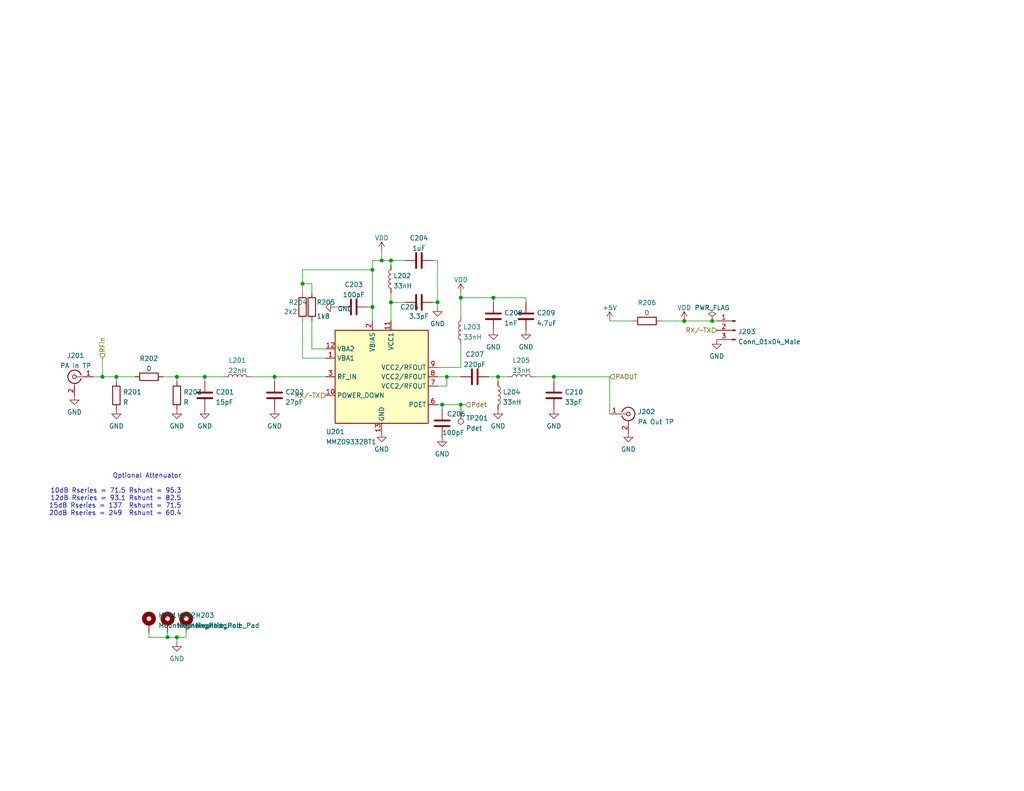
<source format=kicad_sch>
(kicad_sch (version 20211123) (generator eeschema)
  (paper "USLetter")
  (title_block (title "2W 33dB PA at 145MHz") (date "2022-01-10") (rev "1") (company "VE7XEN"))
  (lib_symbols
    (symbol "Connector:Conn_01x03_Male" (pin_names (offset 1.016) hide)
      (property "Reference" "J" (at 0 5.08 0))
      (property "Value" "Conn_01x03_Male" (at 0 -5.08 0))
      (symbol "Conn_01x03_Male_1_1"
        (polyline (pts (xy 1.27 -2.54) (xy 0.8636 -2.54)) (stroke (width 0.1524)))
        (polyline (pts (xy 1.27 0) (xy 0.8636 0)) (stroke (width 0.1524)))
        (polyline (pts (xy 1.27 2.54) (xy 0.8636 2.54)) (stroke (width 0.1524)))
        (rectangle (start 0.8636 -2.413) (end 0 -2.667) (stroke (width 0.1524)) (fill (type outline)))
        (rectangle (start 0.8636 0.127) (end 0 -0.127) (stroke (width 0.1524)) (fill (type outline)))
        (rectangle (start 0.8636 2.667) (end 0 2.413) (stroke (width 0.1524)) (fill (type outline)))
        (pin passive line (at 5.08 2.54 180) (length 3.81) (name "Pin_1") (number "1"))
        (pin passive line (at 5.08 0 180) (length 3.81) (name "Pin_2") (number "2"))
        (pin passive line (at 5.08 -2.54 180) (length 3.81) (name "Pin_3") (number "3"))
      )
    )
    (symbol "Connector:Conn_Coaxial" (pin_names (offset 1.016) hide)
      (property "Reference" "J" (at 0.254 3.048 0))
      (property "Value" "Conn_Coaxial" (at 2.921 0 90))
      (symbol "Conn_Coaxial_0_1"
        (arc (start -1.778 -0.508) (mid 0.222 -1.808) (end 1.778 0) (stroke (width 0.254)))
        (polyline (pts (xy -2.54 0) (xy -0.508 0)))
        (polyline (pts (xy 0 -2.54) (xy 0 -1.778)))
        (circle (center 0 0) (radius 0.508) (stroke (width 0.2032)))
        (arc (start 1.778 0) (mid 0.222 1.8083) (end -1.778 0.508) (stroke (width 0.254)))
      )
      (symbol "Conn_Coaxial_1_1"
        (pin passive line (at -5.08 0 0) (length 2.54) (name "In") (number "1"))
        (pin passive line (at 0 -5.08 90) (length 2.54) (name "Ext") (number "2"))
      )
    )
    (symbol "Connector:TestPoint" (pin_numbers hide) (pin_names (offset 0.762) hide)
      (property "Reference" "TP" (at 0 6.858 0))
      (property "Value" "TestPoint" (at 0 5.08 0))
      (symbol "TestPoint_0_1"
        (circle (center 0 3.302) (radius 0.762))
      )
      (symbol "TestPoint_1_1"
        (pin passive line (at 0 0 90) (length 2.54) (name "1") (number "1"))
      )
    )
    (symbol "Device:C" (pin_numbers hide) (pin_names (offset 0.254))
      (property "Reference" "C" (at 0.635 2.54 0))
      (property "Value" "C" (at 0.635 -2.54 0))
      (symbol "C_0_1"
        (polyline (pts (xy -2.032 -0.762) (xy 2.032 -0.762)) (stroke (width 0.508)))
        (polyline (pts (xy -2.032 0.762) (xy 2.032 0.762)) (stroke (width 0.508)))
      )
      (symbol "C_1_1"
        (pin passive line (at 0 3.81 270) (length 2.794) (name "~") (number "1"))
        (pin passive line (at 0 -3.81 90) (length 2.794) (name "~") (number "2"))
      )
    )
    (symbol "Device:L" (pin_numbers hide) (pin_names (offset 1.016) hide)
      (property "Reference" "L" (at -1.27 0 90))
      (property "Value" "L" (at 1.905 0 90))
      (symbol "L_0_1"
        (arc (start 0 -2.54) (mid 0.635 -1.905) (end 0 -1.27))
        (arc (start 0 -1.27) (mid 0.635 -0.635) (end 0 0))
        (arc (start 0 0) (mid 0.635 0.635) (end 0 1.27))
        (arc (start 0 1.27) (mid 0.635 1.905) (end 0 2.54))
      )
      (symbol "L_1_1"
        (pin passive line (at 0 3.81 270) (length 1.27) (name "1") (number "1"))
        (pin passive line (at 0 -3.81 90) (length 1.27) (name "2") (number "2"))
      )
    )
    (symbol "Device:R" (pin_numbers hide) (pin_names (offset 0))
      (property "Reference" "R" (at 2.032 0 90))
      (property "Value" "R" (at 0 0 90))
      (symbol "R_0_1"
        (rectangle (start -1.016 -2.54) (end 1.016 2.54) (stroke (width 0.254)))
      )
      (symbol "R_1_1"
        (pin passive line (at 0 3.81 270) (length 1.27) (name "~") (number "1"))
        (pin passive line (at 0 -3.81 90) (length 1.27) (name "~") (number "2"))
      )
    )
    (symbol "Mechanical:MountingHole_Pad" (pin_numbers hide) (pin_names (offset 1.016) hide)
      (property "Reference" "H" (at 0 6.35 0))
      (property "Value" "MountingHole_Pad" (at 0 4.445 0))
      (symbol "MountingHole_Pad_0_1"
        (circle (center 0 1.27) (radius 1.27) (stroke (width 1.27)))
      )
      (symbol "MountingHole_Pad_1_1"
        (pin input line (at 0 -2.54 90) (length 2.54) (name "1") (number "1"))
      )
    )
    (symbol "RF_Amplifier:MMZ09332BT1"
      (property "Reference" "U" (at 11.43 13.97 0))
      (property "Value" "MMZ09332BT1" (at 8.89 -13.97 0))
      (symbol "MMZ09332BT1_0_1"
        (rectangle (start -12.7 12.7) (end 12.7 -12.7) (stroke (width 0.254)) (fill (type background)))
      )
      (symbol "MMZ09332BT1_1_1"
        (pin input line (at -15.24 5.08 0) (length 2.54) (name "VBA1") (number "1"))
        (pin input line (at -15.24 -5.08 0) (length 2.54) (name "POWER_DOWN") (number "10"))
        (pin power_in line (at 2.54 15.24 270) (length 2.54) (name "VCC1") (number "11"))
        (pin input line (at -15.24 7.62 0) (length 2.54) (name "VBA2") (number "12"))
        (pin power_in line (at 0 -15.24 90) (length 2.54) (name "GND") (number "13"))
        (pin power_in line (at -2.54 15.24 270) (length 2.54) (name "VBIAS") (number "2"))
        (pin input line (at -15.24 0 0) (length 2.54) (name "RF_IN") (number "3"))
        (pin no_connect line (at -5.08 -12.7 90) (length 2.54) hide (name "NC") (number "4"))
        (pin no_connect line (at -7.62 -12.7 90) (length 2.54) hide (name "NC") (number "5"))
        (pin output line (at 15.24 -7.62 180) (length 2.54) (name "PDET") (number "6"))
        (pin input line (at 15.24 -2.54 180) (length 2.54) (name "VCC2/RFOUT") (number "7"))
        (pin input line (at 15.24 0 180) (length 2.54) (name "VCC2/RFOUT") (number "8"))
        (pin input line (at 15.24 2.54 180) (length 2.54) (name "VCC2/RFOUT") (number "9"))
      )
    )
    (symbol "power:+5V" (power) (pin_names (offset 0))
      (property "Value" "+5V" (at 0 3.556 0))
      (symbol "+5V_0_1"
        (polyline (pts (xy -0.762 1.27) (xy 0 2.54)))
        (polyline (pts (xy 0 0) (xy 0 2.54)))
        (polyline (pts (xy 0 2.54) (xy 0.762 1.27)))
      )
      (symbol "+5V_1_1"
        (pin power_in line (at 0 0 90) (length 0) hide (name "+5V") (number "1"))
      )
    )
    (symbol "power:GND" (power) (pin_names (offset 0))
      (property "Value" "GND" (at 0 -3.81 0))
      (symbol "GND_0_1"
        (polyline (pts (xy 0 0) (xy 0 -1.27) (xy 1.27 -1.27) (xy 0 -2.54) (xy -1.27 -1.27) (xy 0 -1.27)))
      )
      (symbol "GND_1_1"
        (pin power_in line (at 0 0 270) (length 0) hide (name "GND") (number "1"))
      )
    )
    (symbol "power:PWR_FLAG" (power) (pin_numbers hide) (pin_names (offset 0) hide)
      (property "Value" "PWR_FLAG" (at 0 3.81 0))
      (symbol "PWR_FLAG_0_0"
        (pin power_out line (at 0 0 90) (length 0) (name "pwr") (number "1"))
      )
      (symbol "PWR_FLAG_0_1"
        (polyline (pts (xy 0 0) (xy 0 1.27) (xy -1.016 1.905) (xy 0 2.54) (xy 1.016 1.905) (xy 0 1.27)))
      )
    )
    (symbol "power:VDD" (power) (pin_names (offset 0))
      (property "Value" "VDD" (at 0 3.81 0))
      (symbol "VDD_0_1"
        (polyline (pts (xy -0.762 1.27) (xy 0 2.54)))
        (polyline (pts (xy 0 0) (xy 0 2.54)))
        (polyline (pts (xy 0 2.54) (xy 0.762 1.27)))
      )
      (symbol "VDD_1_1"
        (pin power_in line (at 0 0 90) (length 0) hide (name "VDD") (number "1"))
      )
    )
  )
  (junction (at 48.26 102.87))
  (junction (at 101.6 73.66))
  (junction (at 104.14 71.12))
  (junction (at 120.65 110.49))
  (junction (at 125.73 81.28))
  (junction (at 31.75 102.87))
  (junction (at 101.6 83.82))
  (junction (at 186.69 87.63))
  (junction (at 45.72 173.99))
  (junction (at 134.62 81.28))
  (junction (at 125.73 110.49))
  (junction (at 151.13 102.87))
  (junction (at 121.92 102.87))
  (junction (at 82.55 77.47))
  (junction (at 194.31 87.63))
  (junction (at 48.26 173.99))
  (junction (at 119.38 82.55))
  (junction (at 135.89 102.87))
  (junction (at 27.94 102.87))
  (junction (at 106.68 71.12))
  (junction (at 55.88 102.87))
  (junction (at 106.68 82.55))
  (junction (at 74.93 102.87))
  (wire (pts (xy 45.72 172.72) (xy 45.72 173.99)))
  (wire (pts (xy 82.55 97.79) (xy 82.55 87.63)))
  (wire (pts (xy 106.68 71.12) (xy 106.68 72.39)))
  (wire (pts (xy 82.55 73.66) (xy 101.6 73.66)))
  (wire (pts (xy 85.09 95.25) (xy 85.09 87.63)))
  (wire (pts (xy 106.68 82.55) (xy 110.49 82.55)))
  (wire (pts (xy 134.62 82.55) (xy 134.62 81.28)))
  (wire (pts (xy 74.93 102.87) (xy 88.9 102.87)))
  (wire (pts (xy 31.75 102.87) (xy 27.94 102.87)))
  (wire (pts (xy 82.55 80.01) (xy 82.55 77.47)))
  (wire (pts (xy 125.73 80.01) (xy 125.73 81.28)))
  (wire (pts (xy 120.65 110.49) (xy 120.65 111.76)))
  (wire (pts (xy 88.9 95.25) (xy 85.09 95.25)))
  (wire (pts (xy 135.89 102.87) (xy 138.43 102.87)))
  (wire (pts (xy 125.73 93.98) (xy 125.73 100.33)))
  (wire (pts (xy 121.92 102.87) (xy 125.73 102.87)))
  (wire (pts (xy 48.26 102.87) (xy 48.26 104.14)))
  (wire (pts (xy 125.73 110.49) (xy 125.73 111.76)))
  (wire (pts (xy 151.13 102.87) (xy 151.13 104.14)))
  (wire (pts (xy 88.9 97.79) (xy 82.55 97.79)))
  (wire (pts (xy 118.11 82.55) (xy 119.38 82.55)))
  (wire (pts (xy 106.68 80.01) (xy 106.68 82.55)))
  (wire (pts (xy 133.35 102.87) (xy 135.89 102.87)))
  (wire (pts (xy 146.05 102.87) (xy 151.13 102.87)))
  (wire (pts (xy 101.6 87.63) (xy 101.6 83.82)))
  (wire (pts (xy 104.14 68.58) (xy 104.14 71.12)))
  (wire (pts (xy 125.73 81.28) (xy 125.73 86.36)))
  (wire (pts (xy 110.49 71.12) (xy 106.68 71.12)))
  (wire (pts (xy 143.51 82.55) (xy 143.51 81.28)))
  (wire (pts (xy 55.88 104.14) (xy 55.88 102.87)))
  (wire (pts (xy 101.6 73.66) (xy 101.6 71.12)))
  (wire (pts (xy 151.13 102.87) (xy 166.37 102.87)))
  (wire (pts (xy 40.64 173.99) (xy 45.72 173.99)))
  (wire (pts (xy 101.6 71.12) (xy 104.14 71.12)))
  (wire (pts (xy 50.8 172.72) (xy 50.8 173.99)))
  (wire (pts (xy 74.93 102.87) (xy 74.93 104.14)))
  (wire (pts (xy 186.69 87.63) (xy 180.34 87.63)))
  (wire (pts (xy 120.65 110.49) (xy 119.38 110.49)))
  (wire (pts (xy 186.69 87.63) (xy 194.31 87.63)))
  (wire (pts (xy 68.58 102.87) (xy 74.93 102.87)))
  (wire (pts (xy 40.64 172.72) (xy 40.64 173.99)))
  (wire (pts (xy 31.75 104.14) (xy 31.75 102.87)))
  (wire (pts (xy 121.92 102.87) (xy 121.92 105.41)))
  (wire (pts (xy 27.94 97.79) (xy 27.94 102.87)))
  (wire (pts (xy 55.88 102.87) (xy 60.96 102.87)))
  (wire (pts (xy 127 110.49) (xy 125.73 110.49)))
  (wire (pts (xy 82.55 77.47) (xy 82.55 73.66)))
  (wire (pts (xy 91.44 83.82) (xy 92.71 83.82)))
  (wire (pts (xy 31.75 102.87) (xy 36.83 102.87)))
  (wire (pts (xy 44.45 102.87) (xy 48.26 102.87)))
  (wire (pts (xy 45.72 173.99) (xy 48.26 173.99)))
  (wire (pts (xy 119.38 100.33) (xy 125.73 100.33)))
  (wire (pts (xy 119.38 71.12) (xy 119.38 82.55)))
  (wire (pts (xy 25.4 102.87) (xy 27.94 102.87)))
  (wire (pts (xy 118.11 71.12) (xy 119.38 71.12)))
  (wire (pts (xy 104.14 71.12) (xy 106.68 71.12)))
  (wire (pts (xy 48.26 173.99) (xy 48.26 175.26)))
  (wire (pts (xy 101.6 83.82) (xy 101.6 73.66)))
  (wire (pts (xy 85.09 80.01) (xy 85.09 77.47)))
  (wire (pts (xy 194.31 87.63) (xy 195.58 87.63)))
  (wire (pts (xy 48.26 102.87) (xy 55.88 102.87)))
  (wire (pts (xy 135.89 102.87) (xy 135.89 104.14)))
  (wire (pts (xy 172.72 87.63) (xy 166.37 87.63)))
  (wire (pts (xy 106.68 82.55) (xy 106.68 87.63)))
  (wire (pts (xy 119.38 82.55) (xy 119.38 83.82)))
  (wire (pts (xy 82.55 77.47) (xy 85.09 77.47)))
  (wire (pts (xy 143.51 81.28) (xy 134.62 81.28)))
  (wire (pts (xy 50.8 173.99) (xy 48.26 173.99)))
  (wire (pts (xy 125.73 110.49) (xy 120.65 110.49)))
  (wire (pts (xy 134.62 81.28) (xy 125.73 81.28)))
  (wire (pts (xy 119.38 102.87) (xy 121.92 102.87)))
  (wire (pts (xy 166.37 113.03) (xy 166.37 102.87)))
  (wire (pts (xy 101.6 83.82) (xy 100.33 83.82)))
  (wire (pts (xy 119.38 105.41) (xy 121.92 105.41)))
  (text "Optional Attenuator\n\n10dB Rseries = 71.5 Rshunt = 95.3\n12dB Rseries = 93.1 Rshunt = 82.5\n15dB Rseries = 137  Rshunt = 71.5\n20dB Rseries = 249  Rshunt = 60.4" (at 49.53 140.97 0) (effects (font (size 1.27 1.27)) (justify right bottom)))
  (hierarchical_label "PAOUT" (shape input) (at 166.37 102.87 0))
  (hierarchical_label "Pdet" (shape input) (at 127 110.49 0))
  (hierarchical_label "RFin" (shape input) (at 27.94 97.79 90))
  (hierarchical_label "RX{slash}~TX" (shape input) (at 195.58 90.17 180))
  (hierarchical_label "RX{slash}~TX" (shape input) (at 88.9 107.95 180))
  (symbol (lib_id "power:GND") (at 195.58 92.71 0) (unit 1)
    (property "Reference" "#PWR0220" (effects hide))
    (property "Value" "GND" (at 195.58 97.2725 0))
  )
  (symbol (lib_id "Device:C") (at 143.51 86.36 0) (mirror y) (unit 1)
    (property "Reference" "C209" (at 146.431 85.4515 0) (effects (justify right)))
    (property "Value" "4.7uF" (at 146.431 88.2266 0) (effects (justify right)))
    (property "Footprint" "Capacitor_SMD:C_0603_1608Metric_Pad1.08x0.95mm_HandSolder" (effects hide))
  )
  (symbol (lib_id "Device:R") (at 31.75 107.95 0) (unit 1)
    (property "Reference" "R201" (at 33.528 107.0415 0) (effects (justify left)))
    (property "Value" "R" (at 33.528 109.8166 0) (effects (justify left)))
    (property "Footprint" "Resistor_SMD:R_0603_1608Metric_Pad0.98x0.95mm_HandSolder" (effects hide))
  )
  (symbol (lib_id "power:GND") (at 135.89 111.76 0) (unit 1)
    (property "Reference" "#PWR0214" (effects hide))
    (property "Value" "GND" (at 135.89 116.3225 0))
  )
  (symbol (lib_id "power:GND") (at 151.13 111.76 0) (unit 1)
    (property "Reference" "#PWR0216" (effects hide))
    (property "Value" "GND" (at 151.13 116.3225 0))
  )
  (symbol (lib_id "Device:C") (at 151.13 107.95 0) (unit 1)
    (property "Reference" "C210" (at 154.051 107.0415 0) (effects (justify left)))
    (property "Value" "33pF" (at 154.051 109.8166 0) (effects (justify left)))
    (property "Footprint" "Capacitor_SMD:C_0603_1608Metric_Pad1.08x0.95mm_HandSolder" (effects hide))
  )
  (symbol (lib_id "power:GND") (at 171.45 118.11 0) (mirror y) (unit 1)
    (property "Reference" "#PWR0218" (effects hide))
    (property "Value" "GND" (at 171.45 122.6725 0))
  )
  (symbol (lib_id "Connector:Conn_01x03_Male") (at 200.66 90.17 0) (mirror y) (unit 1)
    (property "Reference" "J203" (at 201.3712 90.5315 0) (effects (justify right)))
    (property "Value" "Conn_01x04_Male" (at 201.3712 93.3066 0) (effects (justify right)))
    (property "Footprint" "Connector_PinHeader_2.54mm:PinHeader_1x03_P2.54mm_Vertical" (effects hide))
  )
  (symbol (lib_id "Mechanical:MountingHole_Pad") (at 50.8 170.18 0) (unit 1)
    (property "Reference" "H203" (at 53.34 168.0015 0) (effects (justify left)))
    (property "Value" "MountingHole_Pad" (at 53.34 170.7766 0) (effects (justify left)))
    (property "Footprint" "MountingHole:MountingHole_2.2mm_M2_ISO14580_Pad_TopBottom" (effects hide))
  )
  (symbol (lib_id "power:VDD") (at 104.14 68.58 0) (unit 1)
    (property "Reference" "#PWR0208" (effects hide))
    (property "Value" "VDD" (at 104.14 64.9755 0))
  )
  (symbol (lib_id "Device:C") (at 114.3 82.55 90) (unit 1)
    (property "Reference" "C205" (at 111.76 83.82 90))
    (property "Value" "3.3pF" (at 114.3 86.36 90))
    (property "Footprint" "Capacitor_SMD:C_0603_1608Metric_Pad1.08x0.95mm_HandSolder" (effects hide))
  )
  (symbol (lib_id "power:GND") (at 143.51 90.17 0) (mirror y) (unit 1)
    (property "Reference" "#PWR0215" (effects hide))
    (property "Value" "GND" (at 143.51 94.7325 0))
  )
  (symbol (lib_id "power:GND") (at 119.38 83.82 0) (unit 1)
    (property "Reference" "#PWR0210" (effects hide))
    (property "Value" "GND" (at 119.38 88.3825 0))
  )
  (symbol (lib_id "Device:C") (at 96.52 83.82 90) (unit 1)
    (property "Reference" "C203" (at 96.52 77.6945 90))
    (property "Value" "100pF" (at 96.52 80.4696 90))
    (property "Footprint" "Capacitor_SMD:C_0603_1608Metric_Pad1.08x0.95mm_HandSolder" (effects hide))
  )
  (symbol (lib_id "Mechanical:MountingHole_Pad") (at 45.72 170.18 0) (unit 1)
    (property "Reference" "H202" (at 48.26 168.0015 0) (effects (justify left)))
    (property "Value" "MountingHole_Pad" (at 48.26 170.7766 0) (effects (justify left)))
    (property "Footprint" "MountingHole:MountingHole_2.2mm_M2_ISO14580_Pad_TopBottom" (effects hide))
  )
  (symbol (lib_id "RF_Amplifier:MMZ09332BT1") (at 104.14 102.87 0) (unit 1)
    (property "Reference" "U201" (at 88.9 117.8749 0) (effects (justify left)))
    (property "Value" "MMZ09332BT1" (at 88.9 120.65 0) (effects (justify left)))
    (property "Footprint" "Package_DFN_QFN:QFN-12-1EP_3x3mm_P0.5mm_EP1.65x1.65mm_ThermalVias" (effects hide))
    (property "Datasheet" "https://www.nxp.com/docs/en/data-sheet/MMZ09332B.pdf" (effects hide))
  )
  (symbol (lib_id "Device:L") (at 64.77 102.87 90) (unit 1)
    (property "Reference" "L201" (at 64.77 98.3955 90))
    (property "Value" "22nH" (at 64.77 101.1706 90))
    (property "Footprint" "Inductor_SMD:L_0603_1608Metric_Pad1.05x0.95mm_HandSolder" (effects hide))
  )
  (symbol (lib_id "Device:R") (at 48.26 107.95 0) (unit 1)
    (property "Reference" "R203" (at 50.038 107.0415 0) (effects (justify left)))
    (property "Value" "R" (at 50.038 109.8166 0) (effects (justify left)))
    (property "Footprint" "Resistor_SMD:R_0603_1608Metric_Pad0.98x0.95mm_HandSolder" (effects hide))
  )
  (symbol (lib_id "Connector:Conn_Coaxial") (at 171.45 113.03 0) (unit 1)
    (property "Reference" "J202" (at 173.9901 112.4147 0) (effects (justify left)))
    (property "Value" "PA Out TP" (at 173.9901 115.1898 0) (effects (justify left)))
    (property "Footprint" "Connector_Coaxial:SMA_Amphenol_901-144_Vertical" (effects hide))
    (property "Datasheet" " ~" (effects hide))
  )
  (symbol (lib_id "Device:R") (at 40.64 102.87 90) (unit 1)
    (property "Reference" "R202" (at 40.64 97.8875 90))
    (property "Value" "0" (at 40.64 100.6626 90))
    (property "Footprint" "Resistor_SMD:R_0603_1608Metric_Pad0.98x0.95mm_HandSolder" (effects hide))
  )
  (symbol (lib_id "Device:L") (at 125.73 90.17 0) (mirror y) (unit 1)
    (property "Reference" "L203" (at 126.365 89.2615 0) (effects (justify right)))
    (property "Value" "33nH" (at 126.365 92.0366 0) (effects (justify right)))
    (property "Footprint" "Inductor_SMD:L_0603_1608Metric_Pad1.05x0.95mm_HandSolder" (effects hide))
  )
  (symbol (lib_id "Device:R") (at 176.53 87.63 270) (mirror x) (unit 1)
    (property "Reference" "R206" (at 176.53 82.6475 90))
    (property "Value" "0" (at 176.53 85.4226 90))
    (property "Footprint" "Resistor_SMD:R_0603_1608Metric_Pad0.98x0.95mm_HandSolder" (effects hide))
  )
  (symbol (lib_id "power:GND") (at 104.14 118.11 0) (unit 1)
    (property "Reference" "#PWR0209" (effects hide))
    (property "Value" "GND" (at 104.14 122.6725 0))
  )
  (symbol (lib_id "Device:C") (at 114.3 71.12 90) (unit 1)
    (property "Reference" "C204" (at 114.3 64.9945 90))
    (property "Value" "1uF" (at 114.3 67.7696 90))
    (property "Footprint" "Capacitor_SMD:C_0603_1608Metric_Pad1.08x0.95mm_HandSolder" (effects hide))
  )
  (symbol (lib_id "power:VDD") (at 125.73 80.01 0) (unit 1)
    (property "Reference" "#PWR0212" (effects hide))
    (property "Value" "VDD" (at 125.73 76.4055 0))
  )
  (symbol (lib_id "power:GND") (at 55.88 111.76 0) (unit 1)
    (property "Reference" "#PWR0205" (effects hide))
    (property "Value" "GND" (at 55.88 116.3225 0))
  )
  (symbol (lib_id "Device:R") (at 82.55 83.82 0) (unit 1)
    (property "Reference" "R204" (at 78.74 82.55 0) (effects (justify left)))
    (property "Value" "2k2" (at 77.47 85.09 0) (effects (justify left)))
    (property "Footprint" "Resistor_SMD:R_0603_1608Metric_Pad0.98x0.95mm_HandSolder" (effects hide))
  )
  (symbol (lib_id "power:+5V") (at 166.37 87.63 0) (mirror y) (unit 1)
    (property "Reference" "#PWR0217" (effects hide))
    (property "Value" "+5V" (at 166.37 84.0255 0))
  )
  (symbol (lib_id "Device:C") (at 134.62 86.36 0) (mirror y) (unit 1)
    (property "Reference" "C208" (at 137.541 85.4515 0) (effects (justify right)))
    (property "Value" "1nF" (at 137.541 88.2266 0) (effects (justify right)))
    (property "Footprint" "Capacitor_SMD:C_0603_1608Metric_Pad1.08x0.95mm_HandSolder" (effects hide))
  )
  (symbol (lib_id "Device:L") (at 142.24 102.87 90) (unit 1)
    (property "Reference" "L205" (at 142.24 98.3955 90))
    (property "Value" "33nH" (at 142.24 101.1706 90))
    (property "Footprint" "Inductor_SMD:L_0603_1608Metric_Pad1.05x0.95mm_HandSolder" (effects hide))
  )
  (symbol (lib_id "power:PWR_FLAG") (at 194.31 87.63 0) (unit 1)
    (property "Reference" "#FLG0103" (effects hide))
    (property "Value" "PWR_FLAG" (at 194.31 84.0255 0))
  )
  (symbol (lib_id "Connector:TestPoint") (at 125.73 111.76 180) (unit 1)
    (property "Reference" "TP201" (at 127.127 114.1535 0) (effects (justify right)))
    (property "Value" "Pdet" (at 127.127 116.9286 0) (effects (justify right)))
    (property "Footprint" "TestPoint:TestPoint_Pad_1.5x1.5mm" (effects hide))
  )
  (symbol (lib_id "Device:C") (at 55.88 107.95 0) (unit 1)
    (property "Reference" "C201" (at 58.801 107.0415 0) (effects (justify left)))
    (property "Value" "15pF" (at 58.801 109.8166 0) (effects (justify left)))
    (property "Footprint" "Capacitor_SMD:C_0603_1608Metric_Pad1.08x0.95mm_HandSolder" (effects hide))
  )
  (symbol (lib_id "power:GND") (at 74.93 111.76 0) (unit 1)
    (property "Reference" "#PWR0206" (effects hide))
    (property "Value" "GND" (at 74.93 116.3225 0))
  )
  (symbol (lib_id "Connector:Conn_Coaxial") (at 20.32 102.87 0) (mirror y) (unit 1)
    (property "Reference" "J201" (at 20.6374 97.0769 0))
    (property "Value" "PA In TP" (at 20.6374 99.852 0))
    (property "Footprint" "Connector_Coaxial:SMA_Amphenol_901-144_Vertical" (effects hide))
    (property "Datasheet" " ~" (effects hide))
  )
  (symbol (lib_id "power:GND") (at 120.65 119.38 0) (unit 1)
    (property "Reference" "#PWR0211" (effects hide))
    (property "Value" "GND" (at 120.65 123.9425 0))
  )
  (symbol (lib_id "Device:C") (at 129.54 102.87 90) (unit 1)
    (property "Reference" "C207" (at 129.54 96.7445 90))
    (property "Value" "220pF" (at 129.54 99.5196 90))
    (property "Footprint" "Capacitor_SMD:C_0603_1608Metric_Pad1.08x0.95mm_HandSolder" (effects hide))
  )
  (symbol (lib_id "power:GND") (at 48.26 111.76 0) (unit 1)
    (property "Reference" "#PWR0203" (effects hide))
    (property "Value" "GND" (at 48.26 116.3225 0))
  )
  (symbol (lib_id "Mechanical:MountingHole_Pad") (at 40.64 170.18 0) (unit 1)
    (property "Reference" "H201" (at 43.18 168.0015 0) (effects (justify left)))
    (property "Value" "MountingHole_Pad" (at 43.18 170.7766 0) (effects (justify left)))
    (property "Footprint" "MountingHole:MountingHole_2.2mm_M2_ISO14580_Pad_TopBottom" (effects hide))
  )
  (symbol (lib_id "Device:L") (at 106.68 76.2 180) (unit 1)
    (property "Reference" "L202" (at 107.315 75.2915 0) (effects (justify right)))
    (property "Value" "33nH" (at 107.315 78.0666 0) (effects (justify right)))
    (property "Footprint" "Inductor_SMD:L_0603_1608Metric_Pad1.05x0.95mm_HandSolder" (effects hide))
  )
  (symbol (lib_id "Device:C") (at 120.65 115.57 0) (unit 1)
    (property "Reference" "C206" (at 121.92 113.03 0) (effects (justify left)))
    (property "Value" "100pF" (at 120.65 118.11 0) (effects (justify left)))
    (property "Footprint" "Capacitor_SMD:C_0603_1608Metric_Pad1.08x0.95mm_HandSolder" (effects hide))
  )
  (symbol (lib_id "power:GND") (at 20.32 107.95 0) (mirror y) (unit 1)
    (property "Reference" "#PWR0201" (effects hide))
    (property "Value" "GND" (at 20.32 112.5125 0))
  )
  (symbol (lib_id "Device:C") (at 74.93 107.95 0) (unit 1)
    (property "Reference" "C202" (at 77.851 107.0415 0) (effects (justify left)))
    (property "Value" "27pF" (at 77.851 109.8166 0) (effects (justify left)))
    (property "Footprint" "Capacitor_SMD:C_0603_1608Metric_Pad1.08x0.95mm_HandSolder" (effects hide))
  )
  (symbol (lib_id "Device:R") (at 85.09 83.82 0) (unit 1)
    (property "Reference" "R205" (at 86.36 82.55 0) (effects (justify left)))
    (property "Value" "1k8" (at 86.36 86.36 0) (effects (justify left)))
    (property "Footprint" "Resistor_SMD:R_0603_1608Metric_Pad0.98x0.95mm_HandSolder" (effects hide))
  )
  (symbol (lib_id "power:VDD") (at 186.69 87.63 0) (mirror y) (unit 1)
    (property "Reference" "#PWR0219" (effects hide))
    (property "Value" "VDD" (at 186.69 84.0255 0))
  )
  (symbol (lib_id "power:GND") (at 91.44 83.82 270) (unit 1)
    (property "Reference" "#PWR0207" (effects hide))
    (property "Value" "GND" (at 92.075 84.299 90) (effects (justify left)))
  )
  (symbol (lib_id "power:GND") (at 134.62 90.17 0) (mirror y) (unit 1)
    (property "Reference" "#PWR0213" (effects hide))
    (property "Value" "GND" (at 134.62 94.7325 0))
  )
  (symbol (lib_id "Device:L") (at 135.89 107.95 0) (unit 1)
    (property "Reference" "L204" (at 137.16 107.0415 0) (effects (justify left)))
    (property "Value" "33nH" (at 137.16 109.8166 0) (effects (justify left)))
    (property "Footprint" "Inductor_SMD:L_0603_1608Metric_Pad1.05x0.95mm_HandSolder" (effects hide))
  )
  (symbol (lib_id "power:GND") (at 31.75 111.76 0) (unit 1)
    (property "Reference" "#PWR0202" (effects hide))
    (property "Value" "GND" (at 31.75 116.3225 0))
  )
  (symbol (lib_id "power:GND") (at 48.26 175.26 0) (unit 1)
    (property "Reference" "#PWR0204" (effects hide))
    (property "Value" "GND" (at 48.26 179.8225 0))
  )
)
</source>
